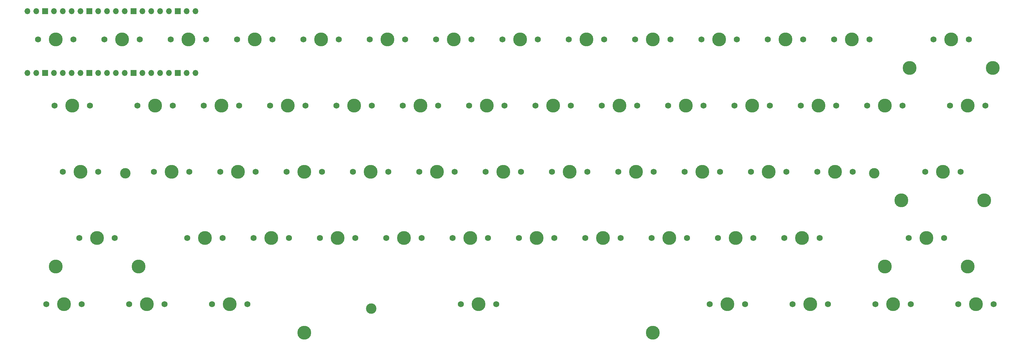
<source format=gbr>
%TF.GenerationSoftware,KiCad,Pcbnew,6.0.6-3a73a75311~116~ubuntu21.10.1*%
%TF.CreationDate,2022-10-28T18:02:49+02:00*%
%TF.ProjectId,Keyboard,4b657962-6f61-4726-942e-6b696361645f,v1*%
%TF.SameCoordinates,Original*%
%TF.FileFunction,Soldermask,Top*%
%TF.FilePolarity,Negative*%
%FSLAX46Y46*%
G04 Gerber Fmt 4.6, Leading zero omitted, Abs format (unit mm)*
G04 Created by KiCad (PCBNEW 6.0.6-3a73a75311~116~ubuntu21.10.1) date 2022-10-28 18:02:49*
%MOMM*%
%LPD*%
G01*
G04 APERTURE LIST*
%ADD10C,3.987800*%
%ADD11C,1.750000*%
%ADD12C,3.000000*%
%ADD13O,1.700000X1.700000*%
%ADD14R,1.700000X1.700000*%
G04 APERTURE END LIST*
D10*
%TO.C,SW40*%
X307806500Y-103499000D03*
D11*
X302726500Y-103499000D03*
X312886500Y-103499000D03*
%TD*%
D12*
%TO.C,M2*%
X174614000Y-142866000D03*
%TD*%
%TO.C,M3*%
X319067400Y-103974700D03*
%TD*%
%TO.C,M1*%
X103974700Y-103974700D03*
%TD*%
D11*
%TO.C,SW9*%
X231294900Y-65403300D03*
D10*
X236374900Y-65403300D03*
D11*
X241454900Y-65403300D03*
%TD*%
%TO.C,SW33*%
X169376500Y-103499000D03*
X179536500Y-103499000D03*
D10*
X174456500Y-103499000D03*
%TD*%
D11*
%TO.C,SW4*%
X136044900Y-65403300D03*
D10*
X141124900Y-65403300D03*
D11*
X146204900Y-65403300D03*
%TD*%
%TO.C,SW30*%
X112228700Y-103499300D03*
X122388700Y-103499300D03*
D10*
X117308700Y-103499300D03*
%TD*%
D11*
%TO.C,SW42*%
X90799000Y-122547800D03*
X100959000Y-122547800D03*
D10*
X95879000Y-122547800D03*
%TD*%
D11*
%TO.C,SW25*%
X289075500Y-84450200D03*
X278915500Y-84450200D03*
D10*
X283995500Y-84450200D03*
%TD*%
D11*
%TO.C,SW28*%
X340814500Y-84450500D03*
X350974500Y-84450500D03*
D10*
X345894500Y-84450500D03*
%TD*%
%TO.C,SW49*%
X241123500Y-122548100D03*
D11*
X246203500Y-122548100D03*
X236043500Y-122548100D03*
%TD*%
%TO.C,SW12*%
X288444900Y-65403300D03*
D10*
X293524900Y-65403300D03*
D11*
X298604900Y-65403300D03*
%TD*%
D10*
%TO.C,SW20*%
X188745500Y-84450200D03*
D11*
X183665500Y-84450200D03*
X193825500Y-84450200D03*
%TD*%
%TO.C,SW11*%
X269394900Y-65403300D03*
X279554900Y-65403300D03*
D10*
X274474900Y-65403300D03*
%TD*%
D13*
%TO.C,U1*%
X75851000Y-75085400D03*
X78391000Y-75085400D03*
D14*
X80931000Y-75085400D03*
D13*
X83471000Y-75085400D03*
X86011000Y-75085400D03*
X88551000Y-75085400D03*
X91091000Y-75085400D03*
D14*
X93631000Y-75085400D03*
D13*
X96171000Y-75085400D03*
X98711000Y-75085400D03*
X101251000Y-75085400D03*
X103791000Y-75085400D03*
D14*
X106331000Y-75085400D03*
D13*
X108871000Y-75085400D03*
X111411000Y-75085400D03*
X113951000Y-75085400D03*
X116491000Y-75085400D03*
D14*
X119031000Y-75085400D03*
D13*
X121571000Y-75085400D03*
X124111000Y-75085400D03*
X124111000Y-57305400D03*
X121571000Y-57305400D03*
D14*
X119031000Y-57305400D03*
D13*
X116491000Y-57305400D03*
X113951000Y-57305400D03*
X111411000Y-57305400D03*
X108871000Y-57305400D03*
D14*
X106331000Y-57305400D03*
D13*
X103791000Y-57305400D03*
X101251000Y-57305400D03*
X98711000Y-57305400D03*
X96171000Y-57305400D03*
D14*
X93631000Y-57305400D03*
D13*
X91091000Y-57305400D03*
X88551000Y-57305400D03*
X86011000Y-57305400D03*
X83471000Y-57305400D03*
D14*
X80931000Y-57305400D03*
D13*
X78391000Y-57305400D03*
X75851000Y-57305400D03*
%TD*%
D11*
%TO.C,SW23*%
X250975500Y-84450200D03*
X240815500Y-84450200D03*
D10*
X245895500Y-84450200D03*
%TD*%
D11*
%TO.C,SW31*%
X131277500Y-103499300D03*
D10*
X136357500Y-103499300D03*
D11*
X141437500Y-103499300D03*
%TD*%
D10*
%TO.C,SW50*%
X260173500Y-122548100D03*
D11*
X265253500Y-122548100D03*
X255093500Y-122548100D03*
%TD*%
%TO.C,SW51*%
X284303500Y-122548100D03*
D10*
X279223500Y-122548100D03*
D11*
X274143500Y-122548100D03*
%TD*%
%TO.C,SW17*%
X126515500Y-84450200D03*
X136675500Y-84450200D03*
D10*
X131595500Y-84450200D03*
%TD*%
D11*
%TO.C,SW38*%
X274786500Y-103499000D03*
D10*
X269706500Y-103499000D03*
D11*
X264626500Y-103499000D03*
%TD*%
%TO.C,SW37*%
X245576500Y-103499000D03*
X255736500Y-103499000D03*
D10*
X250656500Y-103499000D03*
%TD*%
D11*
%TO.C,SW55*%
X115245400Y-141596900D03*
X105085400Y-141596900D03*
D10*
X110165400Y-141596900D03*
%TD*%
D11*
%TO.C,SW14*%
X346229900Y-65403300D03*
X336069900Y-65403300D03*
D10*
X341149900Y-65403300D03*
%TD*%
%TO.C,SW13*%
X312574900Y-65403300D03*
D11*
X317654900Y-65403300D03*
X307494900Y-65403300D03*
%TD*%
D10*
%TO.C,SW27*%
X322083500Y-84450200D03*
D11*
X317003500Y-84450200D03*
X327163500Y-84450200D03*
%TD*%
D10*
%TO.C,SW16*%
X112546500Y-84450500D03*
D11*
X117626500Y-84450500D03*
X107466500Y-84450500D03*
%TD*%
%TO.C,SW44*%
X140802100Y-122547800D03*
X150962100Y-122547800D03*
D10*
X145882100Y-122547800D03*
%TD*%
D11*
%TO.C,SW43*%
X131913100Y-122548100D03*
X121753100Y-122548100D03*
D10*
X126833100Y-122548100D03*
%TD*%
%TO.C,SW32*%
X155406500Y-103499000D03*
D11*
X150326500Y-103499000D03*
X160486500Y-103499000D03*
%TD*%
D10*
%TO.C,SW24*%
X264945500Y-84450200D03*
D11*
X259865500Y-84450200D03*
X270025500Y-84450200D03*
%TD*%
D10*
%TO.C,SW46*%
X183973500Y-122548100D03*
D11*
X178893500Y-122548100D03*
X189053500Y-122548100D03*
%TD*%
%TO.C,SW52*%
X303352300Y-122548100D03*
X293192300Y-122548100D03*
D10*
X298272300Y-122548100D03*
%TD*%
%TO.C,SW39*%
X288756500Y-103499000D03*
D11*
X283676500Y-103499000D03*
X293836500Y-103499000D03*
%TD*%
D10*
%TO.C,SW15*%
X88735500Y-84450500D03*
D11*
X83655500Y-84450500D03*
X93815500Y-84450500D03*
%TD*%
%TO.C,SW21*%
X202715500Y-84450200D03*
D10*
X207795500Y-84450200D03*
D11*
X212875500Y-84450200D03*
%TD*%
%TO.C,SW8*%
X222404900Y-65403300D03*
D10*
X217324900Y-65403300D03*
D11*
X212244900Y-65403300D03*
%TD*%
D10*
%TO.C,SW3*%
X122074900Y-65403300D03*
D11*
X127154900Y-65403300D03*
X116994900Y-65403300D03*
%TD*%
%TO.C,SW29*%
X86035100Y-103499300D03*
D10*
X91115100Y-103499300D03*
D11*
X96195100Y-103499300D03*
%TD*%
%TO.C,SW58*%
X271762400Y-141596900D03*
D10*
X276842400Y-141596900D03*
D11*
X281922400Y-141596900D03*
%TD*%
%TO.C,SW53*%
X339068800Y-122548100D03*
D10*
X333988800Y-122548100D03*
D11*
X328908800Y-122548100D03*
%TD*%
D10*
%TO.C,STAB4*%
X345895050Y-130803100D03*
X322082550Y-130803100D03*
%TD*%
D11*
%TO.C,SW61*%
X343195400Y-141596900D03*
D10*
X348275400Y-141596900D03*
D11*
X353355400Y-141596900D03*
%TD*%
D10*
%TO.C,SW60*%
X324464400Y-141596900D03*
D11*
X319384400Y-141596900D03*
X329544400Y-141596900D03*
%TD*%
D10*
%TO.C,SW18*%
X150645500Y-84450200D03*
D11*
X155725500Y-84450200D03*
X145565500Y-84450200D03*
%TD*%
%TO.C,SW26*%
X308125500Y-84450200D03*
X297965500Y-84450200D03*
D10*
X303045500Y-84450200D03*
%TD*%
%TO.C,STAB1*%
X329225850Y-73656700D03*
X353038350Y-73656700D03*
%TD*%
%TO.C,SW54*%
X86354600Y-141596600D03*
D11*
X81274600Y-141596600D03*
X91434600Y-141596600D03*
%TD*%
%TO.C,SW2*%
X108104900Y-65403300D03*
D10*
X103024900Y-65403300D03*
D11*
X97944900Y-65403300D03*
%TD*%
D10*
%TO.C,SW36*%
X231606500Y-103499000D03*
D11*
X226526500Y-103499000D03*
X236686500Y-103499000D03*
%TD*%
%TO.C,SW5*%
X155094900Y-65403300D03*
X165254900Y-65403300D03*
D10*
X160174900Y-65403300D03*
%TD*%
%TO.C,SW57*%
X205409400Y-141596900D03*
D11*
X210489400Y-141596900D03*
X200329400Y-141596900D03*
%TD*%
%TO.C,SW35*%
X217636500Y-103499000D03*
X207476500Y-103499000D03*
D10*
X212556500Y-103499000D03*
%TD*%
D11*
%TO.C,SW19*%
X164615500Y-84450200D03*
X174775500Y-84450200D03*
D10*
X169695500Y-84450200D03*
%TD*%
D11*
%TO.C,SW59*%
X305732100Y-141596600D03*
X295572100Y-141596600D03*
D10*
X300652100Y-141596600D03*
%TD*%
%TO.C,SW48*%
X222073500Y-122548100D03*
D11*
X227153500Y-122548100D03*
X216993500Y-122548100D03*
%TD*%
D10*
%TO.C,SW10*%
X255424900Y-65403300D03*
D11*
X260504900Y-65403300D03*
X250344900Y-65403300D03*
%TD*%
D10*
%TO.C,SW22*%
X226845500Y-84450200D03*
D11*
X231925500Y-84450200D03*
X221765500Y-84450200D03*
%TD*%
D10*
%TO.C,STAB3*%
X107785050Y-130803100D03*
X83972550Y-130803100D03*
%TD*%
D11*
%TO.C,SW34*%
X198586500Y-103499000D03*
X188426500Y-103499000D03*
D10*
X193506500Y-103499000D03*
%TD*%
%TO.C,STAB2*%
X350657250Y-111754300D03*
X326844750Y-111754300D03*
%TD*%
%TO.C,SW45*%
X164930700Y-122548100D03*
D11*
X159850700Y-122548100D03*
X170010700Y-122548100D03*
%TD*%
%TO.C,SW7*%
X203354900Y-65403300D03*
X193194900Y-65403300D03*
D10*
X198274900Y-65403300D03*
%TD*%
%TO.C,REF\u002A\u002A*%
X155403150Y-149851900D03*
X255415650Y-149851900D03*
%TD*%
D11*
%TO.C,SW41*%
X343831000Y-103499300D03*
D10*
X338751000Y-103499300D03*
D11*
X333671000Y-103499300D03*
%TD*%
%TO.C,SW1*%
X78894900Y-65403300D03*
D10*
X83974900Y-65403300D03*
D11*
X89054900Y-65403300D03*
%TD*%
%TO.C,SW6*%
X184304900Y-65403300D03*
D10*
X179224900Y-65403300D03*
D11*
X174144900Y-65403300D03*
%TD*%
%TO.C,SW47*%
X208103500Y-122548100D03*
X197943500Y-122548100D03*
D10*
X203023500Y-122548100D03*
%TD*%
D11*
%TO.C,SW56*%
X139056400Y-141596900D03*
D10*
X133976400Y-141596900D03*
D11*
X128896400Y-141596900D03*
%TD*%
M02*

</source>
